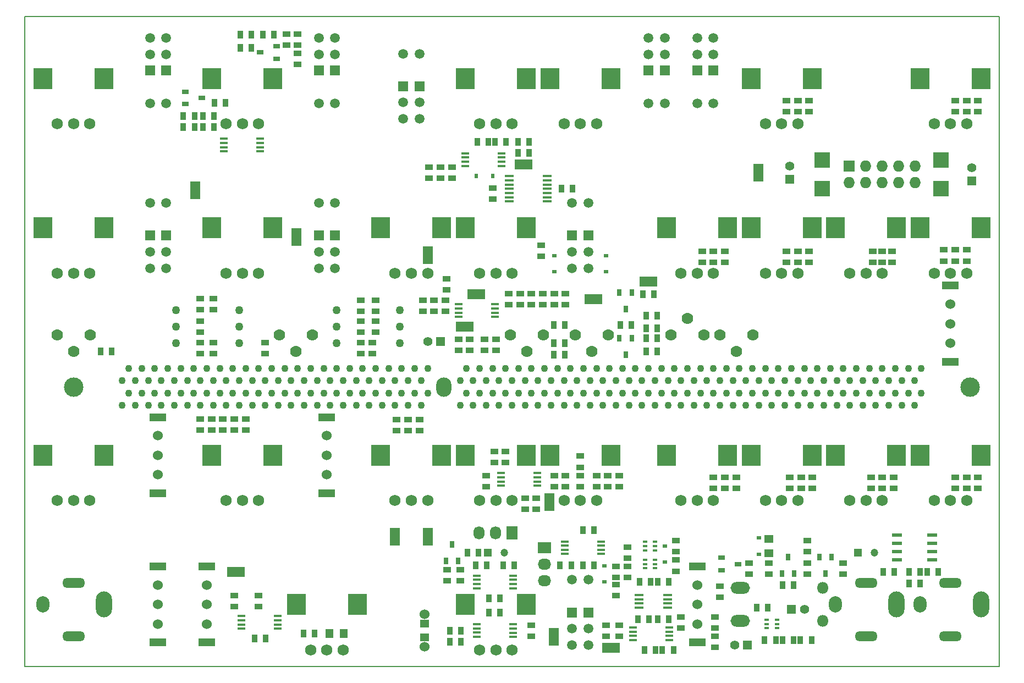
<source format=gbs>
G04 #@! TF.FileFunction,Soldermask,Bot*
%FSLAX46Y46*%
G04 Gerber Fmt 4.6, Leading zero omitted, Abs format (unit mm)*
G04 Created by KiCad (PCBNEW (2015-11-11 BZR 6310, Git 8f79b4f)-product) date 2016-01-24 6:12:09 PM*
%MOMM*%
G01*
G04 APERTURE LIST*
%ADD10C,0.100000*%
%ADD11C,0.150000*%
%ADD12O,1.800000X1.800000*%
%ADD13O,3.000000X1.800000*%
%ADD14R,1.143000X0.812800*%
%ADD15R,0.812800X1.143000*%
%ADD16R,1.143000X1.397000*%
%ADD17R,1.397000X1.143000*%
%ADD18R,1.200000X1.200000*%
%ADD19C,1.200000*%
%ADD20R,2.032000X1.727200*%
%ADD21O,2.032000X1.727200*%
%ADD22R,1.727200X2.032000*%
%ADD23O,1.727200X2.032000*%
%ADD24R,1.727200X1.727200*%
%ADD25O,1.727200X1.727200*%
%ADD26O,2.350000X3.000000*%
%ADD27C,1.100000*%
%ADD28C,3.000000*%
%ADD29R,1.450000X0.450000*%
%ADD30R,1.550000X0.600000*%
%ADD31C,1.524000*%
%ADD32R,1.300480X0.299720*%
%ADD33C,1.778000*%
%ADD34C,1.270000*%
%ADD35R,1.500000X1.500000*%
%ADD36C,1.500000*%
%ADD37R,3.000000X3.200000*%
%ADD38C,1.750000*%
%ADD39R,2.500000X1.200000*%
%ADD40O,2.500000X4.000000*%
%ADD41O,2.000000X2.500000*%
%ADD42O,3.500000X1.500000*%
%ADD43R,0.762000X0.609600*%
%ADD44R,0.797560X0.398780*%
%ADD45R,1.400000X1.400000*%
%ADD46C,1.400000*%
%ADD47R,2.800000X1.600000*%
%ADD48R,1.600000X2.800000*%
%ADD49R,2.397760X2.397760*%
%ADD50R,0.701040X1.000760*%
%ADD51R,1.000760X0.701040*%
%ADD52R,0.609600X0.762000*%
G04 APERTURE END LIST*
D10*
D11*
X45000000Y-140000000D02*
X45000000Y-40000000D01*
X195000000Y-140000000D02*
X45000000Y-140000000D01*
X195000000Y-40000000D02*
X195000000Y-140000000D01*
X45000000Y-40000000D02*
X195000000Y-40000000D01*
D12*
X167850000Y-127960000D03*
X167850000Y-133040000D03*
D13*
X155150000Y-127960000D03*
X155150000Y-133040000D03*
D14*
X72000000Y-91850900D03*
X72000000Y-90149100D03*
X96750000Y-91850900D03*
X96750000Y-90149100D03*
D15*
X74100900Y-57000000D03*
X72399100Y-57000000D03*
X79850900Y-42750000D03*
X78149100Y-42750000D03*
D16*
X94079500Y-135000000D03*
X91920500Y-135000000D03*
D14*
X152750000Y-110899100D03*
X152750000Y-112600900D03*
X149250000Y-76149100D03*
X149250000Y-77850900D03*
X162750000Y-110899100D03*
X162750000Y-112600900D03*
X162250000Y-76149100D03*
X162250000Y-77850900D03*
X175250000Y-110899100D03*
X175250000Y-112600900D03*
X178500000Y-76149100D03*
X178500000Y-77850900D03*
X188250000Y-110899100D03*
X188250000Y-112600900D03*
X188250000Y-75899100D03*
X188250000Y-77600900D03*
X136000000Y-129100900D03*
X136000000Y-127399100D03*
D15*
X166100900Y-136000000D03*
X164399100Y-136000000D03*
D14*
X151250000Y-134100900D03*
X151250000Y-132399100D03*
D15*
X144100900Y-127000000D03*
X142399100Y-127000000D03*
D14*
X134500000Y-135350900D03*
X134500000Y-133649100D03*
D15*
X126399100Y-92000000D03*
X128100900Y-92000000D03*
D14*
X72000000Y-101899100D03*
X72000000Y-103600900D03*
X116000000Y-112350900D03*
X116000000Y-110649100D03*
X134750000Y-110649100D03*
X134750000Y-112350900D03*
X128250000Y-110649100D03*
X128250000Y-112350900D03*
X188250000Y-52899100D03*
X188250000Y-54600900D03*
X162250000Y-52899100D03*
X162250000Y-54600900D03*
X117500000Y-91350900D03*
X117500000Y-89649100D03*
D15*
X142350900Y-88000000D03*
X140649100Y-88000000D03*
D14*
X113500000Y-91350900D03*
X113500000Y-89649100D03*
D17*
X159500000Y-122579500D03*
X159500000Y-120420500D03*
D18*
X116230000Y-122500000D03*
D19*
X118770000Y-122500000D03*
D18*
X173230000Y-122500000D03*
D19*
X175770000Y-122500000D03*
D20*
X125000000Y-121750000D03*
D21*
X125000000Y-124290000D03*
X125000000Y-126830000D03*
D22*
X120000000Y-119500000D03*
D23*
X117460000Y-119500000D03*
X114920000Y-119500000D03*
D24*
X171880000Y-62960000D03*
D25*
X171880000Y-65500000D03*
X174420000Y-62960000D03*
X174420000Y-65500000D03*
X176960000Y-62960000D03*
X176960000Y-65500000D03*
X179500000Y-62960000D03*
X179500000Y-65500000D03*
X182040000Y-62960000D03*
X182040000Y-65500000D03*
D26*
X109500000Y-97000000D03*
D27*
X112000000Y-96050000D03*
X112000000Y-99850000D03*
X114000000Y-99850000D03*
X116000000Y-99850000D03*
X118000000Y-99850000D03*
X120000000Y-99850000D03*
X122000000Y-99850000D03*
X114000000Y-96050000D03*
X116000000Y-96050000D03*
X118000000Y-96050000D03*
X120000000Y-96050000D03*
X122000000Y-96050000D03*
X124000000Y-99850000D03*
X124000000Y-96050000D03*
X126000000Y-99850000D03*
X126000000Y-96050000D03*
X128000000Y-99850000D03*
X128000000Y-96050000D03*
X130000000Y-99850000D03*
X130000000Y-96050000D03*
X132000000Y-99850000D03*
X132000000Y-96050000D03*
X152000000Y-99850000D03*
X150000000Y-96050000D03*
X148000000Y-99850000D03*
X148000000Y-96050000D03*
X150000000Y-99850000D03*
X152000000Y-96050000D03*
X134000000Y-99850000D03*
X138000000Y-99850000D03*
X134000000Y-96050000D03*
X136000000Y-96050000D03*
X136000000Y-99850000D03*
X138000000Y-96050000D03*
X140000000Y-96050000D03*
X142000000Y-96050000D03*
X144000000Y-99850000D03*
X146000000Y-99850000D03*
X142000000Y-99850000D03*
X140000000Y-99850000D03*
X144000000Y-96050000D03*
X146000000Y-96050000D03*
X172000000Y-99850000D03*
X170000000Y-99850000D03*
X170000000Y-96050000D03*
X166000000Y-96050000D03*
X168000000Y-99850000D03*
X168000000Y-96050000D03*
X166000000Y-99850000D03*
X172000000Y-96050000D03*
X178000000Y-96050000D03*
X176000000Y-96050000D03*
X176000000Y-99850000D03*
X174000000Y-96050000D03*
X178000000Y-99850000D03*
X174000000Y-99850000D03*
X180000000Y-99850000D03*
X180000000Y-96050000D03*
X156000000Y-99850000D03*
X158000000Y-99850000D03*
X154000000Y-96050000D03*
X154000000Y-99850000D03*
X158000000Y-96050000D03*
X156000000Y-96050000D03*
X162000000Y-99850000D03*
X164000000Y-96050000D03*
X164000000Y-99850000D03*
X162000000Y-96050000D03*
X160000000Y-96050000D03*
X160000000Y-99850000D03*
X182000000Y-96050000D03*
X165000000Y-94150000D03*
X167000000Y-94150000D03*
X169000000Y-94150000D03*
X163000000Y-94150000D03*
X175000000Y-94150000D03*
X171000000Y-94150000D03*
X173000000Y-94150000D03*
X181000000Y-94150000D03*
X179000000Y-94150000D03*
X177000000Y-94150000D03*
X183000000Y-94150000D03*
X159000000Y-94150000D03*
X155000000Y-94150000D03*
X157000000Y-94150000D03*
X161000000Y-94150000D03*
X129000000Y-94150000D03*
X127000000Y-94150000D03*
X131000000Y-94150000D03*
X133000000Y-94150000D03*
X135000000Y-94150000D03*
X149000000Y-94150000D03*
X151000000Y-94150000D03*
X153000000Y-94150000D03*
X145000000Y-94150000D03*
X143000000Y-94150000D03*
X147000000Y-94150000D03*
X141000000Y-94150000D03*
X137000000Y-94150000D03*
X139000000Y-94150000D03*
X113000000Y-94150000D03*
X121000000Y-94150000D03*
X123000000Y-94150000D03*
X119000000Y-94150000D03*
X125000000Y-94150000D03*
X115000000Y-94150000D03*
X117000000Y-94150000D03*
X182000000Y-99850000D03*
X121000000Y-97950000D03*
X113000000Y-97950000D03*
X115000000Y-97950000D03*
X117000000Y-97950000D03*
X119000000Y-97950000D03*
X123000000Y-97950000D03*
X125000000Y-97950000D03*
X127000000Y-97950000D03*
X129000000Y-97950000D03*
X131000000Y-97950000D03*
X133000000Y-97950000D03*
X137000000Y-97950000D03*
X135000000Y-97950000D03*
X147000000Y-97950000D03*
X149000000Y-97950000D03*
X139000000Y-97950000D03*
X143000000Y-97950000D03*
X145000000Y-97950000D03*
X141000000Y-97950000D03*
X151000000Y-97950000D03*
X157000000Y-97950000D03*
X159000000Y-97950000D03*
X153000000Y-97950000D03*
X155000000Y-97950000D03*
X173000000Y-97950000D03*
X171000000Y-97950000D03*
X169000000Y-97950000D03*
X175000000Y-97950000D03*
X177000000Y-97950000D03*
X179000000Y-97950000D03*
X181000000Y-97950000D03*
X183000000Y-97950000D03*
X165000000Y-97950000D03*
X167000000Y-97950000D03*
X163000000Y-97950000D03*
X161000000Y-97950000D03*
X73000000Y-97950000D03*
X72000000Y-99850000D03*
X70000000Y-99850000D03*
X71000000Y-97950000D03*
X69000000Y-97950000D03*
X75000000Y-97950000D03*
X74000000Y-99850000D03*
X76000000Y-99850000D03*
X78000000Y-99850000D03*
X77000000Y-97950000D03*
X74000000Y-96050000D03*
X76000000Y-96050000D03*
X75000000Y-94150000D03*
X77000000Y-94150000D03*
X68000000Y-96050000D03*
X82000000Y-96050000D03*
X80000000Y-96050000D03*
X79000000Y-94150000D03*
X81000000Y-94150000D03*
X78000000Y-96050000D03*
X68000000Y-99850000D03*
X72000000Y-96050000D03*
X70000000Y-96050000D03*
X69000000Y-94150000D03*
X73000000Y-94150000D03*
X71000000Y-94150000D03*
X81000000Y-97950000D03*
X80000000Y-99850000D03*
X82000000Y-99850000D03*
X79000000Y-97950000D03*
X96000000Y-99850000D03*
X100000000Y-99850000D03*
X98000000Y-99850000D03*
X97000000Y-97950000D03*
X99000000Y-97950000D03*
X101000000Y-97950000D03*
X102000000Y-99850000D03*
X104000000Y-99850000D03*
X103000000Y-97950000D03*
X105000000Y-97950000D03*
X106000000Y-99850000D03*
X107000000Y-97950000D03*
X107000000Y-94150000D03*
X104000000Y-96050000D03*
X106000000Y-96050000D03*
X105000000Y-94150000D03*
X103000000Y-94150000D03*
X101000000Y-94150000D03*
X102000000Y-96050000D03*
X96000000Y-96050000D03*
X100000000Y-96050000D03*
X98000000Y-96050000D03*
X99000000Y-94150000D03*
X97000000Y-94150000D03*
X95000000Y-97950000D03*
X95000000Y-94150000D03*
X94000000Y-99850000D03*
X92000000Y-99850000D03*
X94000000Y-96050000D03*
X93000000Y-97950000D03*
X90000000Y-99850000D03*
X91000000Y-97950000D03*
X83000000Y-97950000D03*
X86000000Y-99850000D03*
X87000000Y-97950000D03*
X89000000Y-97950000D03*
X88000000Y-99850000D03*
X84000000Y-99850000D03*
X85000000Y-97950000D03*
X92000000Y-96050000D03*
X90000000Y-96050000D03*
X89000000Y-94150000D03*
X91000000Y-94150000D03*
X93000000Y-94150000D03*
X84000000Y-96050000D03*
X88000000Y-96050000D03*
X83000000Y-94150000D03*
X86000000Y-96050000D03*
X87000000Y-94150000D03*
X85000000Y-94150000D03*
X60000000Y-99850000D03*
X61000000Y-97950000D03*
X62000000Y-99850000D03*
X64000000Y-99850000D03*
X63000000Y-97950000D03*
X65000000Y-97950000D03*
X66000000Y-99850000D03*
X67000000Y-97950000D03*
X67000000Y-94150000D03*
X64000000Y-96050000D03*
X66000000Y-96050000D03*
X65000000Y-94150000D03*
X63000000Y-94150000D03*
X61000000Y-94150000D03*
X62000000Y-96050000D03*
X60000000Y-96050000D03*
D28*
X52500000Y-97000000D03*
X190500000Y-97000000D03*
D14*
X79000000Y-101899100D03*
X79000000Y-103600900D03*
X77250000Y-101899100D03*
X77250000Y-103600900D03*
X72000000Y-88600900D03*
X72000000Y-86899100D03*
X75500000Y-101899100D03*
X75500000Y-103600900D03*
X72000000Y-85100900D03*
X72000000Y-83399100D03*
X73750000Y-101899100D03*
X73750000Y-103600900D03*
X74000000Y-85100900D03*
X74000000Y-83399100D03*
X74000000Y-91850900D03*
X74000000Y-90149100D03*
D15*
X58350900Y-91500000D03*
X56649100Y-91500000D03*
D14*
X102250000Y-102000000D03*
X102250000Y-103701800D03*
X104000000Y-102000000D03*
X104000000Y-103701800D03*
X99000000Y-88600900D03*
X99000000Y-86899100D03*
X96750000Y-88600900D03*
X96750000Y-86899100D03*
X105750000Y-102000000D03*
X105750000Y-103701800D03*
X96750000Y-85350900D03*
X96750000Y-83649100D03*
X99000000Y-85350900D03*
X99000000Y-83649100D03*
X98500000Y-91850900D03*
X98500000Y-90149100D03*
X82000000Y-91850900D03*
X82000000Y-90149100D03*
D15*
X72399100Y-55250000D03*
X74100900Y-55250000D03*
X74149100Y-53250000D03*
X75850900Y-53250000D03*
X78149100Y-44750000D03*
X79850900Y-44750000D03*
X81649100Y-42750000D03*
X83350900Y-42750000D03*
X69399100Y-55250000D03*
X71100900Y-55250000D03*
D14*
X85250000Y-44350900D03*
X85250000Y-42649100D03*
X87000000Y-42649100D03*
X87000000Y-44350900D03*
X87000000Y-45649100D03*
X87000000Y-47350900D03*
D15*
X71100900Y-57000000D03*
X69399100Y-57000000D03*
X80399100Y-135750000D03*
X82100900Y-135750000D03*
X89600900Y-135000000D03*
X87899100Y-135000000D03*
D14*
X81000000Y-130850900D03*
X81000000Y-129149100D03*
X77250000Y-129149100D03*
X77250000Y-130850900D03*
X154500000Y-112600900D03*
X154500000Y-110899100D03*
X151000000Y-110899100D03*
X151000000Y-112600900D03*
X152750000Y-77850900D03*
X152750000Y-76149100D03*
X151000000Y-76149100D03*
X151000000Y-77850900D03*
X166250000Y-112600900D03*
X166250000Y-110899100D03*
X164500000Y-110899100D03*
X164500000Y-112600900D03*
X165750000Y-77850900D03*
X165750000Y-76149100D03*
X164000000Y-76149100D03*
X164000000Y-77850900D03*
X178750000Y-112600900D03*
X178750000Y-110899100D03*
X177000000Y-110899100D03*
X177000000Y-112600900D03*
X175500000Y-77850900D03*
X175500000Y-76149100D03*
X177000000Y-76149100D03*
X177000000Y-77850900D03*
X191750000Y-112600900D03*
X191750000Y-110899100D03*
X190000000Y-110899100D03*
X190000000Y-112600900D03*
X186500000Y-77600900D03*
X186500000Y-75899100D03*
X190000000Y-75899100D03*
X190000000Y-77600900D03*
D15*
X116399100Y-131750000D03*
X118100900Y-131750000D03*
D14*
X123000000Y-133649100D03*
X123000000Y-135350900D03*
D15*
X110399100Y-136250000D03*
X112100900Y-136250000D03*
X110399100Y-134500000D03*
X112100900Y-134500000D03*
X127399100Y-124500000D03*
X129100900Y-124500000D03*
X130899100Y-124500000D03*
X132600900Y-124500000D03*
X118100900Y-129500000D03*
X116399100Y-129500000D03*
D14*
X110000000Y-125149100D03*
X110000000Y-126850900D03*
X137750000Y-121649100D03*
X137750000Y-123350900D03*
D15*
X132650900Y-119000000D03*
X130949100Y-119000000D03*
D14*
X136000000Y-126350900D03*
X136000000Y-124649100D03*
X137750000Y-124649100D03*
X137750000Y-126350900D03*
D15*
X114399100Y-124500000D03*
X116100900Y-124500000D03*
X118649100Y-124500000D03*
X120350900Y-124500000D03*
D14*
X112000000Y-125149100D03*
X112000000Y-126850900D03*
D15*
X163350900Y-136000000D03*
X161649100Y-136000000D03*
X113149100Y-122500000D03*
X114850900Y-122500000D03*
X158899100Y-136000000D03*
X160600900Y-136000000D03*
X159350900Y-131000000D03*
X157649100Y-131000000D03*
D14*
X151250000Y-135399100D03*
X151250000Y-137100900D03*
X146000000Y-132399100D03*
X146000000Y-134100900D03*
D15*
X142399100Y-132750000D03*
X144100900Y-132750000D03*
X139399100Y-132750000D03*
X141100900Y-132750000D03*
D14*
X145250000Y-122350900D03*
X145250000Y-120649100D03*
X145250000Y-125350900D03*
X145250000Y-123649100D03*
D15*
X141350900Y-127000000D03*
X139649100Y-127000000D03*
X142100900Y-137500000D03*
X140399100Y-137500000D03*
X144850900Y-137500000D03*
X143149100Y-137500000D03*
D14*
X136500000Y-133649100D03*
X136500000Y-135350900D03*
D15*
X128100900Y-90250000D03*
X126399100Y-90250000D03*
X126399100Y-87500000D03*
X128100900Y-87500000D03*
D14*
X107250000Y-63149100D03*
X107250000Y-64850900D03*
X109000000Y-63149100D03*
X109000000Y-64850900D03*
X117000000Y-66399100D03*
X117000000Y-68100900D03*
X124500000Y-75149100D03*
X124500000Y-76850900D03*
D15*
X127649100Y-66500000D03*
X129350900Y-66500000D03*
D14*
X117250000Y-106899100D03*
X117250000Y-108600900D03*
X123750000Y-114149100D03*
X123750000Y-115850900D03*
X119000000Y-106899100D03*
X119000000Y-108600900D03*
X136500000Y-112350900D03*
X136500000Y-110649100D03*
X133000000Y-110649100D03*
X133000000Y-112350900D03*
X122000000Y-115850900D03*
X122000000Y-114149100D03*
X130500000Y-109350900D03*
X130500000Y-107649100D03*
X130500000Y-110649100D03*
X130500000Y-112350900D03*
X126500000Y-112350900D03*
X126500000Y-110649100D03*
X191750000Y-54600900D03*
X191750000Y-52899100D03*
X190000000Y-52899100D03*
X190000000Y-54600900D03*
X128250000Y-84350900D03*
X128250000Y-82649100D03*
X126500000Y-84350900D03*
X126500000Y-82649100D03*
X121250000Y-84350900D03*
X121250000Y-82649100D03*
X123000000Y-84350900D03*
X123000000Y-82649100D03*
X119500000Y-84350900D03*
X119500000Y-82649100D03*
X115750000Y-89649100D03*
X115750000Y-91350900D03*
X165750000Y-54600900D03*
X165750000Y-52899100D03*
X164000000Y-52899100D03*
X164000000Y-54600900D03*
D15*
X138350900Y-87500000D03*
X136649100Y-87500000D03*
X142350900Y-86000000D03*
X140649100Y-86000000D03*
X140649100Y-91500000D03*
X142350900Y-91500000D03*
X140649100Y-89500000D03*
X142350900Y-89500000D03*
D14*
X106250000Y-83649100D03*
X106250000Y-85350900D03*
X108000000Y-83649100D03*
X108000000Y-85350900D03*
X109750000Y-83649100D03*
X109750000Y-85350900D03*
X109900000Y-80349100D03*
X109900000Y-82050900D03*
X111750000Y-89649100D03*
X111750000Y-91350900D03*
X152000000Y-129350900D03*
X152000000Y-127649100D03*
D15*
X161649100Y-127500000D03*
X163350900Y-127500000D03*
D14*
X156500000Y-124149100D03*
X156500000Y-125850900D03*
X165500000Y-124149100D03*
X165500000Y-125850900D03*
X159500000Y-125850900D03*
X159500000Y-124149100D03*
X165500000Y-120649100D03*
X165500000Y-122350900D03*
X171000000Y-125850900D03*
X171000000Y-124149100D03*
D15*
X178850900Y-125500000D03*
X177149100Y-125500000D03*
X182850900Y-125500000D03*
X181149100Y-125500000D03*
X185600900Y-125500000D03*
X183899100Y-125500000D03*
D29*
X143950000Y-129025000D03*
X143950000Y-129675000D03*
X143950000Y-130325000D03*
X143950000Y-130975000D03*
X139550000Y-130975000D03*
X139550000Y-130325000D03*
X139550000Y-129675000D03*
X139550000Y-129025000D03*
X119550000Y-68450000D03*
X119550000Y-67800000D03*
X119550000Y-67150000D03*
X119550000Y-66500000D03*
X119550000Y-65850000D03*
X119550000Y-65200000D03*
X119550000Y-64550000D03*
X125450000Y-64550000D03*
X125450000Y-65200000D03*
X125450000Y-65850000D03*
X125450000Y-66500000D03*
X125450000Y-67150000D03*
X125450000Y-67800000D03*
X125450000Y-68450000D03*
D30*
X179300000Y-123655000D03*
X179300000Y-122385000D03*
X179300000Y-121115000D03*
X179300000Y-119845000D03*
X184700000Y-119845000D03*
X184700000Y-121115000D03*
X184700000Y-122385000D03*
X184700000Y-123655000D03*
D15*
X181149100Y-127250000D03*
X182850900Y-127250000D03*
D31*
X106500000Y-137000000D03*
X106500000Y-132000000D03*
D17*
X106500000Y-135579500D03*
X106500000Y-133420500D03*
D15*
X140149100Y-82750000D03*
X141850900Y-82750000D03*
D32*
X111806000Y-86205400D03*
X111806000Y-85570400D03*
X111806000Y-84910000D03*
X111806000Y-84275000D03*
X117394000Y-84275000D03*
X117394000Y-84922700D03*
X117394000Y-85570400D03*
X117394000Y-86218100D03*
X118306000Y-112205400D03*
X118306000Y-111570400D03*
X118306000Y-110910000D03*
X118306000Y-110275000D03*
X123894000Y-110275000D03*
X123894000Y-110922700D03*
X123894000Y-111570400D03*
X123894000Y-112218100D03*
X144194000Y-134044600D03*
X144194000Y-134679600D03*
X144194000Y-135340000D03*
X144194000Y-135975000D03*
X138606000Y-135975000D03*
X138606000Y-135327300D03*
X138606000Y-134679600D03*
X138606000Y-134031900D03*
X133694000Y-120794600D03*
X133694000Y-121429600D03*
X133694000Y-122090000D03*
X133694000Y-122725000D03*
X128106000Y-122725000D03*
X128106000Y-122077300D03*
X128106000Y-121429600D03*
X128106000Y-120781900D03*
X120194000Y-126044600D03*
X120194000Y-126679600D03*
X120194000Y-127340000D03*
X120194000Y-127975000D03*
X114606000Y-127975000D03*
X114606000Y-127327300D03*
X114606000Y-126679600D03*
X114606000Y-126031900D03*
X120194000Y-133544600D03*
X120194000Y-134179600D03*
X120194000Y-134840000D03*
X120194000Y-135475000D03*
X114606000Y-135475000D03*
X114606000Y-134827300D03*
X114606000Y-134179600D03*
X114606000Y-133531900D03*
X78306000Y-134205400D03*
X78306000Y-133570400D03*
X78306000Y-132910000D03*
X78306000Y-132275000D03*
X83894000Y-132275000D03*
X83894000Y-132922700D03*
X83894000Y-133570400D03*
X83894000Y-134218100D03*
X81194000Y-58794600D03*
X81194000Y-59429600D03*
X81194000Y-60090000D03*
X81194000Y-60725000D03*
X75606000Y-60725000D03*
X75606000Y-60077300D03*
X75606000Y-59429600D03*
X75606000Y-58781900D03*
D33*
X119710000Y-89000000D03*
X122250000Y-91540000D03*
X124790000Y-89000000D03*
X84210000Y-89000000D03*
X86750000Y-91540000D03*
X89290000Y-89000000D03*
X49960000Y-89000000D03*
X52500000Y-91540000D03*
X55040000Y-89000000D03*
X151960000Y-89000000D03*
X154500000Y-91540000D03*
X157040000Y-89000000D03*
X149540000Y-89000000D03*
X147000000Y-86460000D03*
X144460000Y-89000000D03*
X129710000Y-89000000D03*
X132250000Y-91540000D03*
X134790000Y-89000000D03*
D34*
X68250000Y-87750000D03*
X68250000Y-90290000D03*
X68250000Y-85210000D03*
X78000000Y-87750000D03*
X78000000Y-90290000D03*
X78000000Y-85210000D03*
X93000000Y-87750000D03*
X93000000Y-90290000D03*
X93000000Y-85210000D03*
X102750000Y-87750000D03*
X102750000Y-90290000D03*
X102750000Y-85210000D03*
D35*
X64250000Y-73700000D03*
X66750000Y-73700000D03*
D36*
X64250000Y-76200000D03*
X66750000Y-76200000D03*
X64250000Y-78700000D03*
X66750000Y-78700000D03*
X66750000Y-68700000D03*
X64250000Y-68700000D03*
D35*
X90250000Y-73700000D03*
X92750000Y-73700000D03*
D36*
X90250000Y-76200000D03*
X92750000Y-76200000D03*
X90250000Y-78700000D03*
X92750000Y-78700000D03*
X92750000Y-68700000D03*
X90250000Y-68700000D03*
D35*
X151000000Y-48300000D03*
X148500000Y-48300000D03*
D36*
X151000000Y-45800000D03*
X148500000Y-45800000D03*
X151000000Y-43300000D03*
X148500000Y-43300000D03*
X148500000Y-53300000D03*
X151000000Y-53300000D03*
D35*
X129250000Y-73700000D03*
X131750000Y-73700000D03*
D36*
X129250000Y-76200000D03*
X131750000Y-76200000D03*
X129250000Y-78700000D03*
X131750000Y-78700000D03*
X131750000Y-68700000D03*
X129250000Y-68700000D03*
D35*
X129250000Y-131700000D03*
X131750000Y-131700000D03*
D36*
X129250000Y-134200000D03*
X131750000Y-134200000D03*
X129250000Y-136700000D03*
X131750000Y-136700000D03*
X131750000Y-126700000D03*
X129250000Y-126700000D03*
D35*
X92750000Y-48300000D03*
X90250000Y-48300000D03*
D36*
X92750000Y-45800000D03*
X90250000Y-45800000D03*
X92750000Y-43300000D03*
X90250000Y-43300000D03*
X90250000Y-53300000D03*
X92750000Y-53300000D03*
D35*
X66750000Y-48300000D03*
X64250000Y-48300000D03*
D36*
X66750000Y-45800000D03*
X64250000Y-45800000D03*
X66750000Y-43300000D03*
X64250000Y-43300000D03*
X64250000Y-53300000D03*
X66750000Y-53300000D03*
D35*
X103250000Y-50700000D03*
X105750000Y-50700000D03*
D36*
X103250000Y-53200000D03*
X105750000Y-53200000D03*
X103250000Y-55700000D03*
X105750000Y-55700000D03*
X105750000Y-45700000D03*
X103250000Y-45700000D03*
D37*
X47800000Y-49500000D03*
D38*
X55000000Y-56500000D03*
X52500000Y-56500000D03*
X50000000Y-56500000D03*
D37*
X57200000Y-49500000D03*
X73800000Y-49500000D03*
D38*
X81000000Y-56500000D03*
X78500000Y-56500000D03*
X76000000Y-56500000D03*
D37*
X83200000Y-49500000D03*
X73800000Y-107500000D03*
D38*
X81000000Y-114500000D03*
X78500000Y-114500000D03*
X76000000Y-114500000D03*
D37*
X83200000Y-107500000D03*
X47800000Y-107500000D03*
D38*
X55000000Y-114500000D03*
X52500000Y-114500000D03*
X50000000Y-114500000D03*
D37*
X57200000Y-107500000D03*
X99800000Y-107500000D03*
D38*
X107000000Y-114500000D03*
X104500000Y-114500000D03*
X102000000Y-114500000D03*
D37*
X109200000Y-107500000D03*
X86800000Y-130500000D03*
D38*
X94000000Y-137500000D03*
X91500000Y-137500000D03*
X89000000Y-137500000D03*
D37*
X96200000Y-130500000D03*
X143800000Y-107500000D03*
D38*
X151000000Y-114500000D03*
X148500000Y-114500000D03*
X146000000Y-114500000D03*
D37*
X153200000Y-107500000D03*
X143800000Y-72500000D03*
D38*
X151000000Y-79500000D03*
X148500000Y-79500000D03*
X146000000Y-79500000D03*
D37*
X153200000Y-72500000D03*
X156800000Y-107500000D03*
D38*
X164000000Y-114500000D03*
X161500000Y-114500000D03*
X159000000Y-114500000D03*
D37*
X166200000Y-107500000D03*
X156800000Y-72500000D03*
D38*
X164000000Y-79500000D03*
X161500000Y-79500000D03*
X159000000Y-79500000D03*
D37*
X166200000Y-72500000D03*
X169800000Y-107500000D03*
D38*
X177000000Y-114500000D03*
X174500000Y-114500000D03*
X172000000Y-114500000D03*
D37*
X179200000Y-107500000D03*
X169800000Y-72500000D03*
D38*
X177000000Y-79500000D03*
X174500000Y-79500000D03*
X172000000Y-79500000D03*
D37*
X179200000Y-72500000D03*
X182800000Y-107500000D03*
D38*
X190000000Y-114500000D03*
X187500000Y-114500000D03*
X185000000Y-114500000D03*
D37*
X192200000Y-107500000D03*
X182800000Y-72500000D03*
D38*
X190000000Y-79500000D03*
X187500000Y-79500000D03*
X185000000Y-79500000D03*
D37*
X192200000Y-72500000D03*
X112800000Y-130500000D03*
D38*
X120000000Y-137500000D03*
X117500000Y-137500000D03*
X115000000Y-137500000D03*
D37*
X122200000Y-130500000D03*
X182800000Y-49500000D03*
D38*
X190000000Y-56500000D03*
X187500000Y-56500000D03*
X185000000Y-56500000D03*
D37*
X192200000Y-49500000D03*
X125800000Y-49500000D03*
D38*
X133000000Y-56500000D03*
X130500000Y-56500000D03*
X128000000Y-56500000D03*
D37*
X135200000Y-49500000D03*
X112800000Y-49500000D03*
D38*
X120000000Y-56500000D03*
X117500000Y-56500000D03*
X115000000Y-56500000D03*
D37*
X122200000Y-49500000D03*
X156800000Y-49500000D03*
D38*
X164000000Y-56500000D03*
X161500000Y-56500000D03*
X159000000Y-56500000D03*
D37*
X166200000Y-49500000D03*
X125800000Y-107500000D03*
D38*
X133000000Y-114500000D03*
X130500000Y-114500000D03*
X128000000Y-114500000D03*
D37*
X135200000Y-107500000D03*
X112800000Y-107500000D03*
D38*
X120000000Y-114500000D03*
X117500000Y-114500000D03*
X115000000Y-114500000D03*
D37*
X122200000Y-107500000D03*
X73800000Y-72500000D03*
D38*
X81000000Y-79500000D03*
X78500000Y-79500000D03*
X76000000Y-79500000D03*
D37*
X83200000Y-72500000D03*
X99800000Y-72500000D03*
D38*
X107000000Y-79500000D03*
X104500000Y-79500000D03*
X102000000Y-79500000D03*
D37*
X109200000Y-72500000D03*
X112800000Y-72500000D03*
D38*
X120000000Y-79500000D03*
X117500000Y-79500000D03*
X115000000Y-79500000D03*
D37*
X122200000Y-72500000D03*
X47800000Y-72500000D03*
D38*
X55000000Y-79500000D03*
X52500000Y-79500000D03*
X50000000Y-79500000D03*
D37*
X57200000Y-72500000D03*
D31*
X65500000Y-104500000D03*
X65500000Y-107500000D03*
X65500000Y-110500000D03*
D39*
X65500000Y-101650000D03*
X65500000Y-113350000D03*
D31*
X91500000Y-104500000D03*
X91500000Y-107500000D03*
X91500000Y-110500000D03*
D39*
X91500000Y-101650000D03*
X91500000Y-113350000D03*
D31*
X73000000Y-127500000D03*
X73000000Y-130500000D03*
X73000000Y-133500000D03*
D39*
X73000000Y-124650000D03*
X73000000Y-136350000D03*
D31*
X65500000Y-127500000D03*
X65500000Y-130500000D03*
X65500000Y-133500000D03*
D39*
X65500000Y-124650000D03*
X65500000Y-136350000D03*
D31*
X187500000Y-84250000D03*
X187500000Y-87250000D03*
X187500000Y-90250000D03*
D39*
X187500000Y-81400000D03*
X187500000Y-93100000D03*
D31*
X148500000Y-127500000D03*
X148500000Y-130500000D03*
X148500000Y-133500000D03*
D39*
X148500000Y-124650000D03*
X148500000Y-136350000D03*
D40*
X192200000Y-130500000D03*
D41*
X182800000Y-130500000D03*
D42*
X187500000Y-135400000D03*
X187500000Y-127200000D03*
D40*
X179200000Y-130500000D03*
D41*
X169800000Y-130500000D03*
D42*
X174500000Y-135400000D03*
X174500000Y-127200000D03*
D40*
X57200000Y-130500000D03*
D41*
X47800000Y-130500000D03*
D42*
X52500000Y-135400000D03*
X52500000Y-127200000D03*
D43*
X158000000Y-120255400D03*
X158000000Y-122744600D03*
X134500000Y-76755400D03*
X134500000Y-79244600D03*
X126500000Y-76755400D03*
X126500000Y-79244600D03*
X143500000Y-121505400D03*
X143500000Y-123994600D03*
X134250000Y-126994600D03*
X134250000Y-124505400D03*
D44*
X159202440Y-134147700D03*
X159202440Y-133500000D03*
X159202440Y-132852300D03*
X160797560Y-132852300D03*
X160797560Y-133500000D03*
X160797560Y-134147700D03*
X142047560Y-120852300D03*
X142047560Y-121500000D03*
X142047560Y-122147700D03*
X140452440Y-122147700D03*
X140452440Y-121500000D03*
X140452440Y-120852300D03*
X142047560Y-123602300D03*
X142047560Y-124250000D03*
X142047560Y-124897700D03*
X140452440Y-124897700D03*
X140452440Y-124250000D03*
X140452440Y-123602300D03*
D45*
X163000000Y-131250000D03*
D46*
X165000000Y-131250000D03*
D45*
X156250000Y-136750000D03*
D46*
X154250000Y-136750000D03*
D45*
X190750000Y-65250000D03*
D46*
X190750000Y-63250000D03*
D45*
X162750000Y-65000000D03*
D46*
X162750000Y-63000000D03*
D45*
X109000000Y-90000000D03*
D46*
X107000000Y-90000000D03*
D47*
X77500000Y-125500000D03*
D48*
X107000000Y-76750000D03*
X125750000Y-114750000D03*
D47*
X114500000Y-82750000D03*
X112750000Y-87750000D03*
D49*
X167750000Y-62050360D03*
X167750000Y-66449640D03*
X186000000Y-62050360D03*
X186000000Y-66449640D03*
D48*
X107000000Y-120100000D03*
X86800000Y-73900000D03*
D47*
X121750000Y-62750000D03*
D48*
X71250000Y-66750000D03*
D47*
X141000000Y-80800000D03*
X132500000Y-83500000D03*
D48*
X126400000Y-135500000D03*
D47*
X135200000Y-137200000D03*
D48*
X102000000Y-120100000D03*
X157900000Y-64000000D03*
D50*
X110750000Y-121230000D03*
X109797500Y-123770000D03*
X111702500Y-123770000D03*
X137500000Y-92020000D03*
X138452500Y-89480000D03*
X136547500Y-89480000D03*
D51*
X154770000Y-124250000D03*
X152230000Y-123297500D03*
X152230000Y-125202500D03*
D50*
X162500000Y-123230000D03*
X161547500Y-125770000D03*
X163452500Y-125770000D03*
X168250000Y-125770000D03*
X169202500Y-123230000D03*
X167297500Y-123230000D03*
X137500000Y-85020000D03*
X138452500Y-82480000D03*
X136547500Y-82480000D03*
D51*
X72270000Y-52500000D03*
X69730000Y-51547500D03*
X69730000Y-53452500D03*
X81230000Y-45500000D03*
X83770000Y-46452500D03*
X83770000Y-44547500D03*
D14*
X124750000Y-84350900D03*
X124750000Y-82649100D03*
D35*
X143500000Y-48300000D03*
X141000000Y-48300000D03*
D36*
X143500000Y-45800000D03*
X141000000Y-45800000D03*
X143500000Y-43300000D03*
X141000000Y-43300000D03*
X141000000Y-53300000D03*
X143500000Y-53300000D03*
D52*
X114505400Y-64500000D03*
X116994600Y-64500000D03*
D15*
X117399100Y-59250000D03*
X119100900Y-59250000D03*
X122600900Y-59250000D03*
X120899100Y-59250000D03*
X116350900Y-59250000D03*
X114649100Y-59250000D03*
X120899100Y-61000000D03*
X122600900Y-61000000D03*
D32*
X112806000Y-62955400D03*
X112806000Y-62320400D03*
X112806000Y-61660000D03*
X112806000Y-61025000D03*
X118394000Y-61025000D03*
X118394000Y-61672700D03*
X118394000Y-62320400D03*
X118394000Y-62968100D03*
D14*
X110750000Y-63149100D03*
X110750000Y-64850900D03*
M02*

</source>
